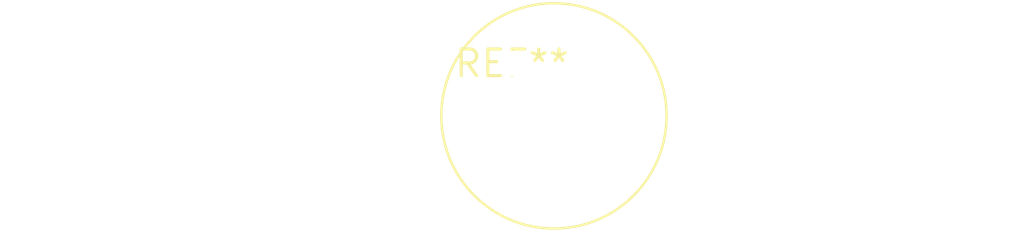
<source format=kicad_pcb>
(kicad_pcb (version 20240108) (generator pcbnew)
  (layers (0 "F.Cu" signal) (31 "B.Cu" signal) (34 "B.Paste" user) (35 "F.Paste" user) (36 "B.SilkS" user "B.Silkscreen") (37 "F.SilkS" user "F.Silkscreen") (38 "B.Mask" user) (39 "F.Mask" user) (44 "Edge.Cuts" user))
  (net 0 "")
  (footprint "L_Radial_D10.5mm_P4.00x5.00mm_Murata_1200RS" (layer "F.Cu") (at 0 0)
    (property "Reference" "REF**")
    (property "Value" "L_Radial_D10.5mm_P4.00x5.00mm_Murata_1200RS")
    (fp_circle (center 2 2.5) (end 7.37 2.5) (layer "F.SilkS") (stroke (width 0.12)) (fill none))
    (pad "" thru_hole circle (at 0 5) (size 2.2 2.2) (drill 1.2) (layers *.Cu *.Mask) (remove_unused_layers))
    (pad "" thru_hole circle (at 4 0) (size 2.2 2.2) (drill 1.2) (layers *.Cu *.Mask) (remove_unused_layers))
    (pad "1" thru_hole circle (at 0 0) (size 2.6 2.6) (drill 1.2) (layers *.Cu *.Mask) (remove_unused_layers))
    (pad "2" thru_hole circle (at 4 5) (size 2.6 2.6) (drill 1.2) (layers *.Cu *.Mask) (remove_unused_layers))
  )
)
</source>
